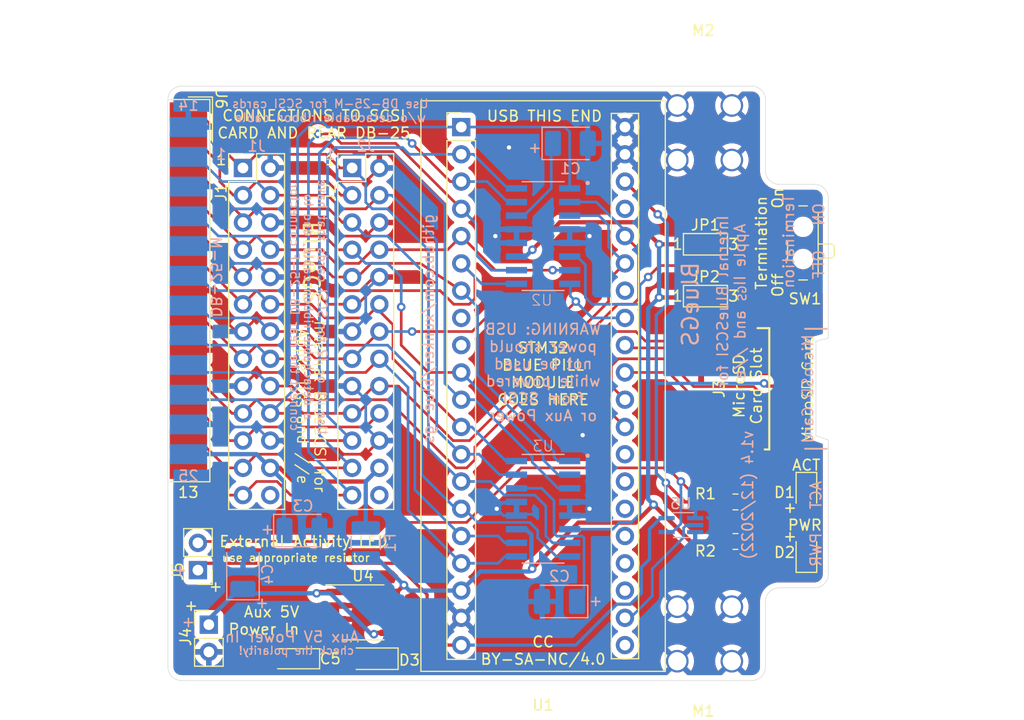
<source format=kicad_pcb>
(kicad_pcb (version 20211014) (generator pcbnew)
  (layers (0 "F.Cu" signal) (31 "B.Cu" signal) (34 "B.Paste" user) (35 "F.Paste" user) (36 "B.SilkS" user "B.Silkscreen") (37 "F.SilkS" user "F.Silkscreen") (38 "B.Mask" user) (39 "F.Mask" user) (44 "Edge.Cuts" user))
  (net 0 "")
  (net 12 "+5V")
  (net 13 "GND")
  (net 14 "/SCSI_DB4")
  (net 15 "/SCSI_DB2")
  (net 16 "/SCSI_DB1")
  (net 17 "/SCSI_DBP")
  (net 18 "/SCSI_SEL")
  (net 19 "/SCSI_ATN")
  (net 20 "/SCSI_C_D")
  (net 21 "/SCSI_DB7")
  (net 22 "/SCSI_DB6")
  (net 23 "/SCSI_DB5")
  (net 24 "/SCSI_DB3")
  (net 25 "/SCSI_DB0")
  (net 26 "/SCSI_BSY")
  (net 27 "/SCSI_ACK")
  (net 28 "/SCSI_RST")
  (net 29 "/SCSI_I_O")
  (net 30 "/SCSI_MSG")
  (net 31 "/SCSI_REQ")
  (net 32 "/SD_MISO")
  (net 33 "/SD_CSK")
  (net 34 "+3V3")
  (net 35 "/SD_MOSI")
  (net 36 "/SD_CS")
  (net 39 "Net-(D2-Pad2)")
  (net 40 "Net-(C1-Pad1)")
  (net 41 "Net-(C2-Pad1)")
  (net 42 "/TERM_DISC")
  (net 43 "Net-(D1-Pad1)")
  (net 44 "/DEBUG_RX")
  (net 45 "/DEBUG_TX")
  (net 46 "/+5V_AUX")
  (net 47 "Net-(C5-Pad1)")
  (net 48 "/TERM_EN")
  (net 49 "/TERM_DIS")
  (net 50 "/DISK_ACT")
  (net 51 "/SCSI_TERMPWR")
  (net 52 "Net-(D1-Pad2)")
  (footprint "my library:YAAJ_BluePill_2" (layer "F.Cu") (at 152.4 50.8)
    (fp_text reference "U1")
    (fp_text value "YAAJ_BluePill" hide)
  )
  (footprint "Button_Switch_SMD:SW_SPDT_PCM12" (layer "F.Cu") (at 183.896 61.595 90)
    (fp_text reference "SW1")
    (fp_text value "SW_SPDT")
  )
  (footprint "Resistor_SMD:R_0805_2012Metric_Pad1.20x1.40mm_HandSolder" (layer "F.Cu") (at 177.927 89.408 180)
    (fp_text reference "R2")
    (fp_text value "1K")
  )
  (footprint "LED_SMD:LED_0805_2012Metric_Pad1.15x1.40mm_HandSolder" (layer "F.Cu") (at 184.531 84.836 -90)
    (fp_text reference "D1")
    (fp_text value "LED")
  )
  (footprint "Jumper:SolderJumper-3_P1.3mm_Open_Pad1.0x1.5mm_NumberLabels" (layer "F.Cu") (at 175.133 66.548)
    (fp_text reference "JP2")
    (fp_text value "Jumper_3_Open")
  )
  (footprint "Jumper:SolderJumper-3_P1.3mm_Open_Pad1.0x1.5mm_NumberLabels" (layer "F.Cu") (at 175.133 61.722)
    (fp_text reference "JP1")
    (fp_text value "Jumper_3_Open")
  )
  (footprint "Resistor_SMD:R_0805_2012Metric_Pad1.20x1.40mm_HandSolder" (layer "F.Cu") (at 177.927 85.725)
    (fp_text reference "R1")
    (fp_text value "100")
  )
  (footprint "Connector_PinHeader_2.54mm:PinHeader_2x13_P2.54mm_Vertical" (layer "F.Cu") (at 132.08 54.61)
    (fp_text reference "J1")
    (fp_text value "Conn_02x13_Odd_Even")
  )
  (footprint "Connector_PinHeader_2.54mm:PinHeader_2x13_P2.54mm_Vertical" (layer "F.Cu") (at 142.24 54.61)
    (fp_text reference "J2")
    (fp_text value "Conn_02x13_Odd_Even")
  )
  (footprint "Connector_PinHeader_2.54mm:PinHeader_1x02_P2.54mm_Vertical" (layer "F.Cu") (at 128.905 97.155)
    (fp_text reference "J4")
    (fp_text value "Conn_01x02_Male")
  )
  (footprint "Connector_PinHeader_2.54mm:PinHeader_1x02_P2.54mm_Vertical" (layer "F.Cu") (at 127.889 92.075 180)
    (fp_text reference "J5")
    (fp_text value "Conn_01x02_Male")
  )
  (footprint "my library:keystone-7774" (layer "F.Cu") (at 180.771 100.561 180)
    (fp_text reference "M1")
    (fp_text value "Screw_Terminal_01x01")
  )
  (footprint "my library:keystone-7774" (layer "F.Cu") (at 180.771 53.871 180)
    (fp_text reference "M2")
    (fp_text value "Screw_Terminal_01x01")
  )
  (footprint "LED_SMD:LED_0805_2012Metric_Pad1.15x1.40mm_HandSolder" (layer "F.Cu") (at 184.531 90.424 90)
    (fp_text reference "D2")
    (fp_text value "LED")
  )
  (footprint "Molex 105162-0001:105162-0001" (layer "F.Cu") (at 174.625 75.184 90)
    (fp_text reference "J3")
    (fp_text value "105162-0001")
  )
  (footprint "Connector_Dsub:DSUB-25_Male_EdgeMount_P2.77mm" (layer "F.Cu") (at 127 66.04 -90)
    (fp_text reference "J6")
    (fp_text value "DB25_Male")
  )
  (footprint "Diode_SMD:D_SOD-123" (layer "F.Cu") (at 144.272 100.33 180)
    (fp_text reference "D3")
    (fp_text value "Zener 5.6v")
  )
  (footprint "Capacitor_Tantalum_SMD:CP_EIA-3216-10_Kemet-I" (layer "F.Cu") (at 136.906 100.33 180)
    (fp_text reference "C5")
    (fp_text value "0.1uF")
  )
  (footprint "Package_SO:SOIC-8_3.9x4.9mm_P1.27mm" (layer "F.Cu") (at 143.256 96.012)
    (fp_text reference "U4")
    (fp_text value "UCC3916")
  )
  (footprint "Capacitor_Tantalum_SMD:CP_EIA-3528-21_Kemet-B_Pad1.50x2.35mm_HandSolder" (layer "B.Cu") (at 162.56 52.324)
    (fp_text reference "C1")
    (fp_text value "2.2uF, 6.3v")
  )
  (footprint "my library:SOIC127P600X175-16N" (layer "B.Cu") (at 160.02 86.36 180)
    (fp_text reference "U3")
    (fp_text value "UC560x, UCC56xx")
  )
  (footprint "Capacitor_Tantalum_SMD:CP_EIA-3528-21_Kemet-B_Pad1.50x2.35mm_HandSolder" (layer "B.Cu") (at 137.567 88.392)
    (fp_text reference "C3")
    (fp_text value "4.7uF, 6.3v")
  )
  (footprint "Capacitor_Tantalum_SMD:CP_EIA-3528-21_Kemet-B_Pad1.50x2.35mm_HandSolder" (layer "B.Cu") (at 161.544 94.996 180)
    (fp_text reference "C2")
    (fp_text value "2.2uF, 6.3v")
  )
  (footprint "my library:SOIC127P600X175-16N" (layer "B.Cu") (at 160.02 60.96 180)
    (fp_text reference "U2")
    (fp_text value "UC560x, UCC56xx")
  )
  (footprint "Fuse:Fuse_1210_3225Metric" (layer "B.Cu") (at 143.51 89.535 90)
    (fp_text reference "F1")
    (fp_text value "Fuse")
  )
  (footprint "Package_TO_SOT_SMD:SOT-353_SC-70-5_Handsoldering" (layer "B.Cu") (at 172.847 87.884 180)
    (fp_text reference "U5")
    (fp_text value "NL17SZ07DFT2G")
  )
  (footprint "Capacitor_Tantalum_SMD:CP_EIA-3528-21_Kemet-B_Pad1.50x2.35mm_HandSolder" (layer "B.Cu") (at 132.08 92.202 90)
    (fp_text reference "C4")
    (fp_text value "1uF")
  )
  (gr_line (start 184.404 69.596) (end 186.436 69.596) (layer "B.SilkS") (width 0.15))
  (gr_line (start 184.404 80.772) (end 186.436 80.772) (layer "B.SilkS") (width 0.15))
  (gr_line (start 184.404 80.772) (end 186.436 80.772) (layer "F.SilkS") (width 0.15))
  (gr_line (start 184.404 69.596) (end 186.436 69.596) (layer "F.SilkS") (width 0.15))
  (gr_line (start 186.563 79.9465) (end 186.563 92.456) (layer "Edge.Cuts") (width 0.05))
  (gr_line (start 125.095 101.092) (end 125.095 48.26) (layer "Edge.Cuts") (width 0.05))
  (gr_line (start 181.991 56.134) (end 185.293 56.134) (layer "Edge.Cuts") (width 0.05))
  (gr_line (start 180.721 94.996) (end 180.721 101.092) (layer "Edge.Cuts") (width 0.05))
  (gr_arc (start 185.293 56.134) (mid 186.191026 56.505974) (end 186.563 57.404) (layer "Edge.Cuts") (width 0.05))
  (gr_arc (start 186.563 92.456) (mid 186.191026 93.354026) (end 185.293 93.726) (layer "Edge.Cuts") (width 0.05))
  (gr_arc (start 181.991 56.134) (mid 181.092974 55.762026) (end 180.721 54.864) (layer "Edge.Cuts") (width 0.05))
  (gr_line (start 180.721 48.26) (end 180.721 54.864) (layer "Edge.Cuts") (width 0.05))
  (gr_arc (start 180.721 94.996) (mid 181.092974 94.097974) (end 181.991 93.726) (layer "Edge.Cuts") (width 0.05))
  (gr_line (start 181.991 93.726) (end 185.293 93.726) (layer "Edge.Cuts") (width 0.05))
  (gr_line (start 126.365 46.99) (end 179.451 46.99) (layer "Edge.Cuts") (width 0.05))
  (gr_line (start 179.451 102.362) (end 126.365 102.362) (layer "Edge.Cuts") (width 0.05))
  (gr_arc (start 126.365 102.362) (mid 125.466974 101.990026) (end 125.095 101.092) (layer "Edge.Cuts") (width 0.05))
  (gr_line (start 185.42 70.7644) (end 185.42 79.5655) (layer "Edge.Cuts") (width 0.05))
  (gr_arc (start 180.721 101.092) (mid 180.349026 101.990026) (end 179.451 102.362) (layer "Edge.Cuts") (width 0.05))
  (gr_arc (start 125.095 48.26) (mid 125.466974 47.361974) (end 126.365 46.99) (layer "Edge.Cuts") (width 0.05))
  (gr_line (start 186.563 57.404) (end 186.563 70.4596) (layer "Edge.Cuts") (width 0.05))
  (gr_line (start 185.42 70.7644) (end 186.563 70.4596) (layer "Edge.Cuts") (width 0.05))
  (gr_arc (start 179.451 46.99) (mid 180.349026 47.361974) (end 180.721 48.26) (layer "Edge.Cuts") (width 0.05))
  (gr_line (start 186.563 79.9465) (end 185.42 79.5655) (layer "Edge.Cuts") (width 0.05))
  (gr_text "ACT" (at 185.42 85.09 90) (layer "B.SilkS") (effects (font (size 1 1)) (justify mirror)))
  (gr_text "PWR" (at 185.42 90.17 90) (layer "B.SilkS") (effects (font (size 1 1)) (justify mirror)))
  (gr_text "ON   OFF" (at 185.674 61.468 90) (layer "B.SilkS") (effects (font (size 1 1)) (justify mirror)))
  (gr_text "github.com/xunker/blue-gs" (at 149.352 69.596 90) (layer "B.SilkS") (effects (font (size 1 1)) (justify mirror)))
  (gr_text "Internal BlueSCSI for\nApple II   and //e" (at 177.546 67.056 90) (layer "B.SilkS") (effects (font (size 1 1)) (justify mirror)))
  (gr_text "+" (at 134.366 88.392 -180) (layer "B.SilkS") (effects (font (size 1 1)) (justify mirror)))
  (gr_text "Termination" (at 182.88 61.468 90) (layer "B.SilkS") (effects (font (size 1 1)) (justify mirror)))
  (gr_text "Use J1 or J2 for SCSI cards that have\na detachable ribbon cable, and to\nconnect the rear DB-25-F connector" (at 138.176 67.564 270) (layer "B.SilkS") (effects (font (size 0.8 0.8) (thickness 0.125)) (justify mirror)))
  (gr_text "Use DB-25-M for SCSI cards\nw/o detachable ribbon cable" (at 140.208 49.276) (layer "B.SilkS") (effects (font (size 0.8 0.8) (thickness 0.125)) (justify mirror)))
  (gr_text "J2" (at 143.51 52.578) (layer "B.SilkS") (effects (font (size 1 1)) (justify mirror)))
  (gr_text "+" (at 133.858 95.25 -180) (layer "B.SilkS") (effects (font (size 1 1)) (justify mirror)))
  (gr_text "BlueGS" (at 173.736 67.31 90) (layer "B.SilkS") (effects (font (size 1.5 1.5) (thickness 0.2)) (justify mirror)))
  (gr_text "MicroSD Card" (at 184.658 75.184 90) (layer "B.SilkS") (effects (font (size 1 1) (thickness 0.125)) (justify mirror)))
  (gr_text "check the polarity!" (at 142.494 99.568) (layer "B.SilkS") (effects (font (size 0.75 0.75) (thickness 0.125)) (justify left mirror)))
  (gr_text "Aux 5V Power In" (at 130.302 98.298) (layer "B.SilkS") (effects (font (size 1 1)) (justify right mirror)))
  (gr_text "DB-25-M" (at 129.54 64.77 270) (layer "B.SilkS") (effects (font (size 1 1)) (justify mirror)))
  (gr_text "+" (at 159.258 52.705) (layer "B.SilkS") (effects (font (size 1 1)) (justify mirror)))
  (gr_text "+" (at 164.846 94.996 90) (layer "B.SilkS") (effects (font (size 1 1)) (justify mirror)))
  (gr_text "+" (at 127 97.028 -180) (layer "B.SilkS") (effects (font (size 1 1)) (justify mirror)))
  (gr_text "1" (at 140.208 53.34) (layer "B.SilkS") (effects (font (size 1 1)) (justify mirror)))
  (gr_text "14" (at 127 48.768) (layer "B.SilkS") (effects (font (size 1 1)) (justify mirror)))
  (gr_text "25" (at 127 83.312) (layer "B.SilkS") (effects (font (size 1 1)) (justify mirror)))
  (gr_text "GS" (at 178.562 66.294 -270) (layer "B.SilkS") (effects (font (size 0.75 0.75) (thickness 0.125)) (justify mirror)))
  (gr_text "WARNING: USB\npower should\nnot be used\nwhile powered\nfrom SCSI\nor Aux Power" (at 160.02 73.66) (layer "B.SilkS") (effects (font (size 1 1)) (justify mirror)))
  (gr_text "v1.4 (12/2022)" (at 179.07 85.09 90) (layer "B.SilkS") (effects (font (size 1 1)) (justify mirror)))
  (gr_text "J1" (at 133.35 52.578) (layer "B.SilkS") (effects (font (size 1 1)) (justify mirror)))
  (gr_text "+" (at 126.238 92.202 -180) (layer "B.SilkS") (effects (font (size 1 1)) (justify mirror)))
  (gr_text "1" (at 130.048 53.34) (layer "B.SilkS") (effects (font (size 1 1)) (justify mirror)))
  (gr_text "Aux 5V\nPower In" (at 137.414 96.774) (layer "F.SilkS") (effects (font (size 1 1)) (justify right)))
  (gr_text "BlueGS" (at 138.43 63.5 270) (layer "F.SilkS") (effects (font (size 1.5 1.5) (thickness 0.2))))
  (gr_text "+" (at 129.54 93.726 180) (layer "F.SilkS") (effects (font (size 1 1))))
  (gr_text "Internal BlueSCSI for\nApple II   and //e\n" (at 138.43 76.835 270) (layer "F.SilkS") (effects (font (size 1 1) (thickness 0.125))))
  (gr_text "PWR" (at 186.055 87.884) (layer "F.SilkS") (effects (font (size 1 1)) (justify right)))
  (gr_text "External Activity LED" (at 129.794 89.408) (layer "F.SilkS") (effects (font (size 1 1)) (justify left)))
  (gr_text "+" (at 183.007 88.9) (layer "F.SilkS") (effects (font (size 1 1))))
  (gr_text "MicroSD\nCard Slot" (at 179.07 74.93 90) (layer "F.SilkS") (effects (font (size 1 1))))
  (gr_text "MicroSD Card" (at 184.658 75.184 90) (layer "F.SilkS") (effects (font (size 1 1) (thickness 0.125))))
  (gr_text "CONNECTIONS TO SCSI\nCARD AND REAR DB-25" (at 138.684 50.546) (layer "F.SilkS") (effects (font (size 1 1))))
  (gr_text "On" (at 181.864 57.404 90) (layer "F.SilkS") (effects (font (size 1 1))))
  (gr_text "Termination" (at 180.34 61.595 90) (layer "F.SilkS") (effects (font (size 1 1))))
  (gr_text "STM32\nBLUE PILL\nMODULE\nGOES HERE" (at 160.02 73.787) (layer "F.SilkS") (effects (font (size 1 1))))
  (gr_text "USB THIS END" (at 160.147 49.784) (layer "F.SilkS") (effects (font (size 1 1))))
  (gr_text "CC\nBY-SA-NC/4.0" (at 160.02 99.568) (layer "F.SilkS") (effects (font (size 1 1))))
  (gr_text "use appropriate resistor" (at 130.048 90.932) (layer "F.SilkS") (effects (font (size 0.75 0.75) (thickness 0.125)) (justify left)))
  (gr_text "+" (at 127.254 95.504 180) (layer "F.SilkS") (effects (font (size 1 1))))
  (gr_text "+" (at 183.007 86.233) (layer "F.SilkS") (effects (font (size 1 1))))
  (gr_text "13" (at 127 84.836) (layer "F.SilkS") (effects (font (size 1 1))))
  (gr_text "1" (at 130.048 53.848) (layer "F.SilkS") (effects (font (size 1 1))))
  (gr_text "GS" (at 137.414 76.2 270) (layer "F.SilkS") (effects (font (size 0.75 0.75) (thickness 0.125))))
  (gr_text "ACT" (at 185.928 82.296) (layer "F.SilkS") (effects (font (size 1 1)) (justify right)))
  (gr_text "1" (at 140.208 53.848) (layer "F.SilkS") (effects (font (size 1 1))))
  (gr_text "Off" (at 181.864 65.532 90) (layer "F.SilkS") (effects (font (size 1 1))))
  (segment (start 173.736 89.408) (end 170.307 85.979) (width 0.4) (layer "F.Cu") (net 12))
  (segment (start 159.02532 62.233641) (end 161.58796 59.671001) (width 0.4) (layer "F.Cu") (net 12))
  (segment (start 163.301511 87.650489) (end 168.635511 87.650489) (width 0.4) (layer "F.Cu") (net 12))
  (segment (start 159.004 91.948) (end 163.301511 87.650489) (width 0.4) (layer "F.Cu") (net 12))
  (segment (start 146.431 94.107) (end 145.731 94.107) (width 0.4) (layer "F.Cu") (net 12))
  (segment (start 176.927 89.408) (end 173.736 89.408) (width 0.4) (layer "F.Cu") (net 12))
  (segment (start 161.58796 59.671001) (end 168.764001 59.671001) (width 0.4) (layer "F.Cu") (net 12))
  (segment (start 168.764001 59.671001) (end 170.815 61.722) (width 0.4) (layer "F.Cu") (net 12))
  (segment (start 168.635511 87.650489) (end 170.307 85.979) (width 0.4) (layer "F.Cu") (net 12))
  (segment (start 173.579 66.675) (end 170.814998 66.675) (width 0.4) (layer "F.Cu") (net 12))
  (segment (start 173.833 61.722) (end 170.815 61.722) (width 0.4) (layer "F.Cu") (net 12))
  (segment (start 173.833 66.421) (end 173.579 66.675) (width 0.4) (layer "F.Cu") (net 12))
  (segment (start 147.066 93.472) (end 146.431 94.107) (width 0.4) (layer "F.Cu") (net 12))
  (via (at 147.066 93.472) (size 0.8) (drill 0.4) (layers "F.Cu" "B.Cu") (net 12))
  (via (at 170.815 61.722) (size 0.8) (drill 0.4) (layers "F.Cu" "B.Cu") (net 12))
  (via (at 170.307 85.979) (size 0.8) (drill 0.4) (layers "F.Cu" "B.Cu") (net 12))
  (via (at 159.02532 62.233641) (size 0.8) (drill 0.4) (layers "F.Cu" "B.Cu") (net 12))
  (via (at 159.004 91.948) (size 0.8) (drill 0.4) (layers "F.Cu" "B.Cu") (net 12))
  (via (at 170.814998 66.675) (size 0.8) (drill 0.4) (layers "F.Cu" "B.Cu") (net 12))
  (segment (start 158.4265 88.265) (end 157.545 88.265) (width 0.4) (layer "B.Cu") (net 12))
  (segment (start 159.004 91.948) (end 158.929511 91.873511) (width 0.4) (layer "B.Cu") (net 12))
  (segment (start 157.545 62.865) (end 158.393961 62.865) (width 0.4) (layer "B.Cu") (net 12))
  (segment (start 154.178 92.202) (end 152.4 93.98) (width 0.4) (layer "B.Cu") (net 12))
  (segment (start 147.574 93.98) (end 152.4 93.98) (width 0.4) (layer "B.Cu") (net 12))
  (segment (start 169.799 85.471) (end 170.307 85.979) (width 0.4) (layer "B.Cu") (net 12))
  (segment (start 158.393961 62.865) (end 159.02532 62.233641) (width 0.4) (layer "B.Cu") (net 12))
  (segment (start 158.929511 88.768011) (end 158.4265 88.265) (width 0.4) (layer "B.Cu") (net 12))
  (segment (start 144.529 90.935) (end 143.51 90.935) (width 0.4) (layer "B.Cu") (net 12))
  (segment (start 170.814998 61.722002) (end 170.815 61.722) (width 0.4) (layer "B.Cu") (net 12))
  (segment (start 147.066 93.472) (end 147.574 93.98) (width 0.4) (layer "B.Cu") (net 12))
  (segment (start 158.929511 91.873511) (end 158.929511 88.768011) (width 0.4) (layer "B.Cu") (net 12))
  (segment (start 158.75 92.202) (end 154.178 92.202) (width 0.4) (layer "B.Cu") (net 12))
  (segment (start 147.066 93.472) (end 144.529 90.935) (width 0.4) (layer "B.Cu") (net 12))
  (segment (start 169.799 67.690998) (end 169.799 85.471) (width 0.4) (layer "B.Cu") (net 12))
  (segment (start 170.814998 66.675) (end 170.814998 61.722002) (width 0.4) (layer "B.Cu") (net 12))
  (segment (start 170.814998 66.675) (end 169.799 67.690998) (width 0.4) (layer "B.Cu") (net 12))
  (segment (start 159.004 91.948) (end 158.75 92.202) (width 0.4) (layer "B.Cu") (net 12))
  (segment (start 134.62 64.77) (end 138.938 64.77) (width 0.25) (layer "F.Cu") (net 13))
  (segment (start 143.002 66.04) (end 144.272 64.77) (width 0.25) (layer "F.Cu") (net 13))
  (segment (start 138.938 64.77) (end 140.208 66.04) (width 0.25) (layer "F.Cu") (net 13))
  (segment (start 140.208 66.04) (end 143.002 66.04) (width 0.25) (layer "F.Cu") (net 13))
  (segment (start 144.272 64.77) (end 144.78 64.77) (width 0.25) (layer "F.Cu") (net 13))
  (segment (start 134.62 54.61) (end 139.954 54.61) (width 0.25) (layer "F.Cu") (net 13))
  (segment (start 139.954 54.61) (end 141.224 55.88) (width 0.25) (layer "F.Cu") (net 13))
  (segment (start 141.224 55.88) (end 143.51 55.88) (width 0.25) (layer "F.Cu") (net 13))
  (segment (start 143.51 55.88) (end 144.78 54.61) (width 0.25) (layer "F.Cu") (net 13))
  (segment (start 132.08 69.85) (end 133.35 68.58) (width 0.25) (layer "F.Cu") (net 13))
  (segment (start 138.176 68.58) (end 139.446 69.85) (width 0.25) (layer "F.Cu") (net 13))
  (segment (start 133.35 68.58) (end 138.176 68.58) (width 0.25) (layer "F.Cu") (net 13))
  (segment (start 139.446 69.85) (end 142.24 69.85) (width 0.25) (layer "F.Cu") (net 13))
  (segment (start 142.24 74.93) (end 138.176 74.93) (width 0.25) (layer "F.Cu") (net 13))
  (segment (start 138.176 74.93) (end 136.906 73.66) (width 0.25) (layer "F.Cu") (net 13))
  (segment (start 136.906 73.66) (end 133.35 73.66) (width 0.25) (layer "F.Cu") (net 13))
  (segment (start 133.35 73.66) (end 132.08 74.93) (width 0.25) (layer "F.Cu") (net 13))
  (segment (start 134.62 80.01) (end 135.636 80.01) (width 0.25) (layer "F.Cu") (net 13))
  (segment (start 135.636 80.01) (end 136.906 81.28) (width 0.25) (layer "F.Cu") (net 13))
  (segment (start 136.906 81.28) (end 143.51 81.28) (width 0.25) (layer "F.Cu") (net 13))
  (segment (start 143.51 81.28) (end 144.78 80.01) (width 0.25) (layer "F.Cu") (net 13))
  (segment (start 134.62 59.69) (end 139.954 59.69) (width 0.25) (layer "F.Cu") (net 13))
  (segment (start 141.224 60.96) (end 143.51 60.96) (width 0.25) (layer "F.Cu") (net 13))
  (segment (start 139.954 59.69) (end 141.224 60.96) (width 0.25) (layer "F.Cu") (net 13))
  (segment (start 143.51 60.96) (end 144.78 59.69) (width 0.25) (layer "F.Cu") (net 13))
  (segment (start 131.445 69.85) (end 130.175 68.58) (width 0.25) (layer "F.Cu") (net 13))
  (segment (start 130.175 68.58) (end 130.175 67.31) (width 0.25) (layer "F.Cu") (net 13))
  (segment (start 130.175 67.31) (end 128.905 66.04) (width 0.25) (layer "F.Cu") (net 13))
  (segment (start 132.08 69.85) (end 131.445 69.85) (width 0.25) (layer "F.Cu") (net 13))
  (segment (start 128.905 66.04) (end 127 66.04) (width 0.25) (layer "F.Cu") (net 13))
  (via (at 164.338 86.36) (size 0.8) (drill 0.4) (layers "F.Cu" "B.Cu") (net 13))
  (via (at 156.845 52.705) (size 0.8) (drill 0.4) (layers "F.Cu" "B.Cu") (net 13))
  (via (at 164.338 60.96) (size 0.8) (drill 0.4) (layers "F.Cu" "B.Cu") (net 13))
  (via (at 155.575 60.96) (size 0.8) (drill 0.4) (layers "F.Cu" "B.Cu") (net 13))
  (via (at 155.702 86.36) (size 0.8) (drill 0.4) (layers "F.Cu" "B.Cu") (net 13))
  (via (at 163.703 79.502) (size 0.8) (drill 0.4) (layers "F.Cu" "B.Cu") (net 13))
  (segment (start 142.24 74.93) (end 143.51 76.2) (width 0.25) (layer "B.Cu") (net 13))
  (segment (start 143.51 76.2) (end 143.51 78.74) (width 0.25) (layer "B.Cu") (net 13))
  (segment (start 143.51 78.74) (end 144.78 80.01) (width 0.25) (layer "B.Cu") (net 13))
  (segment (start 144.78 64.77) (end 143.51 66.04) (width 0.25) (layer "B.Cu") (net 13))
  (segment (start 143.51 66.04) (end 143.51 68.58) (width 0.25) (layer "B.Cu") (net 13))
  (segment (start 134.62 80.01) (end 133.35 78.74) (width 0.25) (layer "B.Cu") (net 13))
  (segment (start 143.51 68.58) (end 143.4465 68.6435) (width 0.25) (layer "B.Cu") (net 13))
  (segment (start 157.545 60.325) (end 162.495 60.325) (width 0.25) (layer "B.Cu") (net 13))
  (segment (start 130.175 78.74) (end 129.94 78.505) (width 0.25) (layer "B.Cu") (net 13))
  (segment (start 129.54 62.23) (end 127.345 62.23) (width 0.25) (layer "B.Cu") (net 13))
  (segment (start 127.345 62.23) (end 127 61.885) (width 0.25) (layer "B.Cu") (net 13))
  (segment (start 130.175 58.42) (end 130.175 57.15) (width 0.25) (layer "B.Cu") (net 13))
  (segment (start 134.62 59.69) (end 133.35 58.42) (width 0.25) (layer "B.Cu") (net 13))
  (segment (start 156.337 85.725) (end 157.545 85.725) (width 0.25) (layer "B.Cu") (net 13))
  (segment (start 156.337 86.995) (end 157.545 86.995) (width 0.25) (layer "B.Cu") (net 13))
  (segment (start 143.4465 68.6435) (end 142.24 69.85) (width 0.25) (layer "B.Cu") (net 13))
  (segment (start 133.35 78.74) (end 130.175 78.74) (width 0.25) (layer "B.Cu") (net 13))
  (segment (start 134.62 64.77) (end 133.35 63.5) (width 0.25) (layer "B.Cu") (net 13))
  (segment (start 130.175 57.15) (end 129.37 56.345) (width 0.25) (layer "B.Cu") (net 13))
  (segment (start 157.545 85.725) (end 157.545 86.995) (width 0.25) (layer "B.Cu") (net 13))
  (segment (start 155.702 86.36) (end 156.337 85.725) (width 0.25) (layer "B.Cu") (net 13))
  (segment (start 129.37 56.345) (end 127 56.345) (width 0.25) (layer "B.Cu") (net 13))
  (segment (start 130.81 63.5) (end 129.54 62.23) (width 0.25) (layer "B.Cu") (net 13))
  (segment (start 174.197 93.745) (end 172.461 95.481) (width 0.25) (layer "B.Cu") (net 13))
  (segment (start 133.35 63.5) (end 130.81 63.5) (width 0.25) (layer "B.Cu") (net 13))
  (segment (start 129.94 78.505) (end 127 78.505) (width 0.25) (layer "B.Cu") (net 13))
  (segment (start 133.35 58.42) (end 130.175 58.42) (width 0.25) (layer "B.Cu") (net 13))
  (segment (start 174.197 88.58) (end 174.197 93.745) (width 0.25) (layer "B.Cu") (net 13))
  (segment (start 155.702 86.36) (end 156.337 86.995) (width 0.25) (layer "B.Cu") (net 13))
  (segment (start 134.62 77.47) (end 136.144 77.47) (width 0.25) (layer "F.Cu") (net 14))
  (segment (start 136.144 77.47) (end 137.414 78.74) (width 0.25) (layer "F.Cu") (net 14))
  (segment (start 137.414 78.74) (end 143.51 78.74) (width 0.25) (layer "F.Cu") (net 14))
  (segment (start 143.51 78.74) (end 144.78 77.47) (width 0.25) (layer "F.Cu") (net 14))
  (segment (start 137.16 74.93) (end 137.16 51.758998) (width 0.25) (layer "B.Cu") (net 14))
  (segment (start 127.465 76.2) (end 133.35 76.2) (width 0.25) (layer "B.Cu") (net 14))
  (segment (start 152.4 50.8) (end 162.052 50.8) (width 0.25) (layer "B.Cu") (net 14))
  (segment (start 139.954 50.8) (end 152.4 50.8) (width 0.25) (layer "B.Cu") (net 14))
  (segment (start 139.446 50.292) (end 139.954 50.8) (width 0.25) (layer "B.Cu") (net 14))
  (segment (start 162.495 51.243) (end 162.495 56.515) (width 0.25) (layer "B.Cu") (net 14))
  (segment (start 127 75.735) (end 127.465 76.2) (width 0.25) (layer "B.Cu") (net 14))
  (segment (start 162.052 50.8) (end 162.495 51.243) (width 0.25) (layer "B.Cu") (net 14))
  (segment (start 134.62 77.47) (end 137.16 74.93) (width 0.25) (layer "B.Cu") (net 14))
  (segment (start 133.35 76.2) (end 134.62 77.47) (width 0.25) (layer "B.Cu") (net 14))
  (segment (start 138.626998 50.292) (end 139.446 50.292) (width 0.25) (layer "B.Cu") (net 14))
  (segment (start 137.16 51.758998) (end 138.626998 50.292) (width 0.25) (layer "B.Cu") (net 14))
  (segment (start 136.62025 74.93) (end 137.89025 76.2) (width 0.25) (layer "F.Cu") (net 15))
  (segment (start 144.272 74.93) (end 144.78 74.93) (width 0.25) (layer "F.Cu") (net 15))
  (segment (start 137.89025 76.2) (end 143.002 76.2) (width 0.25) (layer "F.Cu") (net 15))
  (segment (start 134.62 74.93) (end 136.62025 74.93) (width 0.25) (layer "F.Cu") (net 15))
  (segment (start 143.002 76.2) (end 144.272 74.93) (width 0.25) (layer "F.Cu") (net 15))
  (segment (start 166.116 67.056) (end 166.116 65.024) (width 0.25) (layer "F.Cu") (net 15))
  (segment (start 151.638 80.01) (end 153.162 80.01) (width 0.25) (layer "F.Cu") (net 15))
  (segment (start 144.78 74.93) (end 146.558 74.93) (width 0.25) (layer "F.Cu") (net 15))
  (segment (start 166.116 65.024) (end 167.64 63.5) (width 0.25) (layer "F.Cu") (net 15))
  (segment (start 146.558 74.93) (end 151.638 80.01) (width 0.25) (layer "F.Cu") (net 15))
  (segment (start 153.162 80.01) (end 166.116 67.056) (width 0.25) (layer "F.Cu") (net 15))
  (segment (start 166.116 59.944) (end 166.116 61.976) (width 0.25) (layer "B.Cu") (net 15))
  (segment (start 127 72.965) (end 127.695 73.66) (width 0.25) (layer "B.Cu") (net 15))
  (segment (start 162.495 59.055) (end 165.227 59.055) (width 0.25) (layer "B.Cu") (net 15))
  (segment (start 133.35 73.66) (end 134.62 74.93) (width 0.25) (layer "B.Cu") (net 15))
  (segment (start 165.227 59.055) (end 166.116 59.944) (width 0.25) (layer "B.Cu") (net 15))
  (segment (start 166.116 61.976) (end 167.64 63.5) (width 0.25) (layer "B.Cu") (net 15))
  (segment (start 127.695 73.66) (end 133.35 73.66) (width 0.25) (layer "B.Cu") (net 15))
  (segment (start 137.16 72.39) (end 138.43 73.66) (width 0.25) (layer "F.Cu") (net 16))
  (segment (start 138.43 73.66) (end 143.51 73.66) (width 0.25) (layer "F.Cu") (net 16))
  (segment (start 134.62 72.39) (end 137.16 72.39) (width 0.25) (layer "F.Cu") (net 16))
  (segment (start 143.51 73.66) (end 144.78 72.39) (width 0.25) (layer "F.Cu") (net 16))
  (segment (start 144.78 72.39) (end 147.447 75.057) (width 0.25) (layer "B.Cu") (net 16))
  (segment (start 156.464 90.805) (end 157.545 90.805) (width 0.25) (layer "B.Cu") (net 16))
  (segment (start 147.447 86.487) (end 152.4 91.44) (width 0.25) (layer "B.Cu") (net 16))
  (segment (start 152.4 91.44) (end 155.829 91.44) (width 0.25) (layer "B.Cu") (net 16))
  (segment (start 128.778 71.12) (end 133.35 71.12) (width 0.25) (layer "B.Cu") (net 16))
  (segment (start 147.447 75.057) (end 147.447 86.487) (width 0.25) (layer "B.Cu") (net 16))
  (segment (start 133.35 71.12) (end 134.62 72.39) (width 0.25) (layer "B.Cu") (net 16))
  (segment (start 127 70.195) (end 127.853 70.195) (width 0.25) (layer "B.Cu") (net 16))
  (segment (start 127.853 70.195) (end 128.778 71.12) (width 0.25) (layer "B.Cu") (net 16))
  (segment (start 155.829 91.44) (end 156.464 90.805) (width 0.25) (layer "B.Cu") (net 16))
  (segment (start 143.51 71.12) (end 144.78 69.85) (width 0.25) (layer "F.Cu") (net 17))
  (segment (start 134.62 69.85) (end 137.922 69.85) (width 0.25) (layer "F.Cu") (net 17))
  (segment (start 137.922 69.85) (end 139.192 71.12) (width 0.25) (layer "F.Cu") (net 17))
  (segment (start 139.192 71.12) (end 143.51 71.12) (width 0.25) (layer "F.Cu") (net 17))
  (segment (start 162.306 67.818) (end 163.068 67.056) (width 0.25) (layer "F.Cu") (net 17))
  (segment (start 147.828 69.85) (end 153.416 69.85) (width 0.25) (layer "F.Cu") (net 17))
  (segment (start 153.416 69.85) (end 155.448 67.818) (width 0.25) (layer "F.Cu") (net 17))
  (segment (start 155.448 67.818) (end 162.306 67.818) (width 0.25) (layer "F.Cu") (net 17))
  (via (at 163.068 67.056) (size 0.8) (drill 0.4) (layers "F.Cu" "B.Cu") (net 17))
  (via (at 147.828 69.85) (size 0.8) (drill 0.4) (layers "F.Cu" "B.Cu") (net 17))
  (segment (start 129.038 68.58) (end 133.35 68.58) (width 0.25) (layer "B.Cu") (net 17))
  (segment (start 127.883 67.425) (end 129.038 68.58) (width 0.25) (layer "B.Cu") (net 17))
  (segment (start 163.068 67.056) (end 164.592 68.58) (width 0.25) (layer "B.Cu") (net 17))
  (segment (start 163.068 67.056) (end 162.56 66.548) (width 0.25) (layer "B.Cu") (net 17))
  (segment (start 127 67.425) (end 127.883 67.425) (width 0.25) (layer "B.Cu") (net 17))
  (segment (start 147.828 69.85) (end 144.78 69.85) (width 0.25) (layer "B.Cu") (net 17))
  (segment (start 133.35 68.58) (end 134.62 69.85) (width 0.25) (layer "B.Cu") (net 17))
  (segment (start 164.592 68.58) (end 167.64 68.58) (width 0.25) (layer "B.Cu") (net 17))
  (segment (start 162.56 66.548) (end 162.56 65.532) (width 0.25) (layer "B.Cu") (net 17))
  (segment (start 134.62 67.31) (end 138.43 67.31) (width 0.25) (layer "F.Cu") (net 18))
  (segment (start 138.43 67.31) (end 139.7 68.58) (width 0.25) (layer "F.Cu") (net 18))
  (segment (start 139.7 68.58) (end 143.51 68.58) (width 0.25) (layer "F.Cu") (net 18))
  (segment (start 143.51 68.58) (end 144.78 67.31) (width 0.25) (layer "F.Cu") (net 18))
  (segment (start 144.78 67.31) (end 144.78 67.945) (width 0.25) (layer "F.Cu") (net 18))
  (segment (start 146.05 72.39) (end 152.4 78.74) (width 0.25) (layer "F.Cu") (net 18))
  (segment (start 144.78 67.945) (end 146.05 69.215) (width 0.25) (layer "F.Cu") (net 18))
  (segment (start 146.05 69.215) (end 146.05 72.39) (width 0.25) (layer "F.Cu") (net 18))
  (segment (start 153.385 78.74) (end 156.56 81.915) (width 0.25) (layer "B.Cu") (net 18))
  (segment (start 156.56 81.915) (end 157.545 81.915) (width 0.25) (layer "B.Cu") (net 18))
  (segment (start 127.901 64.655) (end 129.286 66.04) (width 0.25) (layer "B.Cu") (net 18))
  (segment (start 133.35 66.04) (end 134.62 67.31) (width 0.25) (layer "B.Cu") (net 18))
  (segment (start 129.286 66.04) (end 133.35 66.04) (width 0.25) (layer "B.Cu") (net 18))
  (segment (start 152.4 78.74) (end 153.385 78.74) (width 0.25) (layer "B.Cu") (net 18))
  (segment (start 127 64.655) (end 127.901 64.655) (width 0.25) (layer "B.Cu") (net 18))
  (segment (start 144.14359 62.23) (end 144.78 62.23) (width 0.25) (layer "F.Cu") (net 19))
  (segment (start 140.716 63.5) (end 142.87359 63.5) (width 0.25) (layer "F.Cu") (net 19))
  (segment (start 134.62 62.23) (end 139.446 62.23) (width 0.25) (layer "F.Cu") (net 19))
  (segment (start 139.446 62.23) (end 140.716 63.5) (width 0.25) (layer "F.Cu") (net 19))
  (segment (start 142.87359 63.5) (end 144.14359 62.23) (width 0.25) (layer "F.Cu") (net 19))
  (segment (start 144.78 62.23) (end 151.13 62.23) (width 0.25) (layer "F.Cu") (net 19))
  (segment (start 152.4 60.96) (end 155.575 64.135) (width 0.25) (layer "F.Cu") (net 19))
  (segment (start 155.575 64.135) (end 160.909 64.135) (width 0.25) (layer "F.Cu") (net 19))
  (segment (start 151.13 62.23) (end 152.4 60.96) (width 0.25) (layer "F.Cu") (net 19))
  (via (at 160.909 64.135) (size 0.8) (drill 0.4) (layers "F.Cu" "B.Cu") (net 19))
  (segment (start 162.495 64.135) (end 160.909 64.135) (width 0.25) (layer "B.Cu") (net 19))
  (segment (start 133.35 60.96) (end 134.62 62.23) (width 0.25) (layer "B.Cu") (net 19))
  (segment (start 127 59.115) (end 127.949 59.115) (width 0.25) (layer "B.Cu") (net 19))
  (segment (start 127.949 59.115) (end 129.794 60.96) (width 0.25) (layer "B.Cu") (net 19))
  (segment (start 129.794 60.96) (end 133.35 60.96) (width 0.25) (layer "B.Cu") (net 19))
  (segment (start 134.62 57.15) (end 139.954 57.15) (width 0.25) (layer "F.Cu") (net 20))
  (segment (start 139.954 57.15) (end 141.224 58.42) (width 0.25) (layer "F.Cu") (net 20))
  (segment (start 141.224 58.42) (end 143.51 58.42) (width 0.25) (layer "F.Cu") (net 20))
  (segment (start 143.51 58.42) (end 144.78 57.15) (width 0.25) (layer "F.Cu") (net 20))
  (segment (start 133.35 55.88) (end 134.62 57.15) (width 0.25) (layer "B.Cu") (net 20))
  (segment (start 145.923 57.15) (end 150.114 61.341) (width 0.25) (layer "B.Cu") (net 20))
  (segment (start 154.051 81.28) (end 155.956 83.185) (width 0.25) (layer "B.Cu") (net 20))
  (segment (start 127.816666 53.575) (end 130.121666 55.88) (width 0.25) (layer "B.Cu") (net 20))
  (segment (start 155.956 83.185) (end 157.545 83.185) (width 0.25) (layer "B.Cu") (net 20))
  (segment (start 130.121666 55.88) (end 133.35 55.88) (width 0.25) (layer "B.Cu") (net 20))
  (segment (start 144.78 57.15) (end 145.923 57.15) (width 0.25) (layer "B.Cu") (net 20))
  (segment (start 150.114 61.341) (end 150.114 78.994) (width 0.25) (layer "B.Cu") (net 20))
  (segment (start 152.4 81.28) (end 154.051 81.28) (width 0.25) (layer "B.Cu") (net 20))
  (segment (start 127 53.575) (end 127.816666 53.575) (width 0.25) (layer "B.Cu") (net 20))
  (segment (start 150.114 78.994) (end 152.4 81.28) (width 0.25) (layer "B.Cu") (net 20))
  (segment (start 136.525 85.09) (end 142.24 85.09) (width 0.25) (layer "F.Cu") (net 21))
  (segment (start 132.08 85.09) (end 133.35 83.82) (width 0.25) (layer "F.Cu") (net 21))
  (segment (start 146.304 52.324) (end 152.4 58.42) (width 0.25) (layer "F.Cu") (net 21))
  (segment (start 140.335 51.435) (end 141.224 52.324) (width 0.25) (layer "F.Cu") (net 21))
  (segment (start 130.175 85.09) (end 132.08 85.09) (width 0.25) (layer "F.Cu") (net 21))
  (segment (start 135.255 83.82) (end 136.525 85.09) (width 0.25) (layer "F.Cu") (net 21))
  (segment (start 127 82.66) (end 127.745 82.66) (width 0.25) (layer "F.Cu") (net 21))
  (segment (start 133.35 83.82) (end 135.255 83.82) (width 0.25) (layer "F.Cu") (net 21))
  (segment (start 141.224 52.324) (end 146.304 52.324) (width 0.25) (layer "F.Cu") (net 21))
  (segment (start 139.065 51.435) (end 140.335 51.435) (width 0.25) (layer "F.Cu") (net 21))
  (segment (start 127.745 82.66) (end 130.175 85.09) (width 0.25) (layer "F.Cu") (net 21))
  (via (at 139.065 51.435) (size 0.8) (drill 0.4) (layers "F.Cu" "B.Cu") (net 21))
  (segment (start 138.176 81.026) (end 142.24 85.09) (width 0.25) (layer "B.Cu") (net 21))
  (segment (start 152.4 58.42) (end 153.797 59.817) (width 0.25) (layer "B.Cu") (net 21))
  (segment (start 155.2067 64.135) (end 157.545 64.135) (width 0.25) (layer "B.Cu") (net 21))
  (segment (start 138.176 52.324) (end 138.176 81.026) (width 0.25) (layer "B.Cu") (net 21))
  (segment (start 139.065 51.435) (end 138.176 52.324) (width 0.25) (layer "B.Cu") (net 21))
  (segment (start 153.797 59.817) (end 153.797 62.7253) (width 0.25) (layer "B.Cu") (net 21))
  (segment (start 153.797 62.7253) (end 155.2067 64.135) (width 0.25) (layer "B.Cu") (net 21))
  (segment (start 133.35 81.28) (end 135.763 81.28) (width 0.25) (layer "F.Cu") (net 22))
  (segment (start 130.556 82.55) (end 132.08 82.55) (width 0.25) (layer "F.Cu") (net 22))
  (segment (start 127 79.89) (end 127.896 79.89) (width 0.25) (layer "F.Cu") (net 22))
  (segment (start 151.384 55.88) (end 152.4 55.88) (width 0.25) (layer "F.Cu") (net 22))
  (segment (start 132.08 82.55) (end 133.35 81.28) (width 0.25) (layer "F.Cu") (net 22))
  (segment (start 137.033 82.55) (end 142.24 82.55) (width 0.25) (layer "F.Cu") (net 22))
  (segment (start 147.828 52.324) (end 151.384 55.88) (width 0.25) (layer "F.Cu") (net 22))
  (segment (start 135.763 81.28) (end 137.033 82.55) (width 0.25) (layer "F.Cu") (net 22))
  (segment (start 127.896 79.89) (end 130.556 82.55) (width 0.25) (layer "F.Cu") (net 22))
  (via (at 147.828 52.324) (size 0.8) (drill 0.4) (layers "F.Cu" "B.Cu") (net 22))
  (segment (start 147.828 52.324) (end 147.32 51.816) (width 0.25) (layer "B.Cu") (net 22))
  (segment (start 154.813 55.88) (end 156.718 57.785) (width 0.25) (layer "B.Cu") (net 22))
  (segment (start 152.4 55.88) (end 154.813 55.88) (width 0.25) (layer "B.Cu") (net 22))
  (segment (start 139.192 79.502) (end 142.24 82.55) (width 0.25) (layer "B.Cu") (net 22))
  (segment (start 140.589 51.816) (end 139.192 53.213) (width 0.25) (layer "B.Cu") (net 22))
  (segment (start 139.192 53.213) (end 139.192 79.502) (width 0.25) (layer "B.Cu") (net 22))
  (segment (start 156.718 57.785) (end 157.545 57.785) (width 0.25) (layer "B.Cu") (net 22))
  (segment (start 147.32 51.816) (end 140.589 51.816) (width 0.25) (layer "B.Cu") (net 22))
  (segment (start 132.08 80.01) (end 133.35 78.74) (width 0.25) (layer "F.Cu") (net 23))
  (segment (start 133.35 78.74) (end 135.89 78.74) (width 0.25) (layer "F.Cu") (net 23))
  (segment (start 137.16 80.01) (end 142.24 80.01) (width 0.25) (layer "F.Cu") (net 23))
  (segment (start 135.89 78.74) (end 137.16 80.01) (width 0.25) (layer "F.Cu") (net 23))
  (segment (start 127 77.12) (end 127.92 77.12) (width 0.25) (layer "F.Cu") (net 23))
  (segment (start 127.92 77.12) (end 130.81 80.01) (width 0.25) (layer "F.Cu") (net 23))
  (segment (start 130.81 80.01) (end 132.08 80.01) (width 0.25) (layer "F.Cu") (net 23))
  (segment (start 139.954 53.467) (end 140.716 52.705) (width 0.25) (layer "B.Cu") (net 23))
  (segment (start 140.716 52.705) (end 146.939 52.705) (width 0.25) (layer "B.Cu") (net 23))
  (segment (start 139.954 77.724) (end 139.954 53.467) (width 0.25) (layer "B.Cu") (net 23))
  (segment (start 142.24 80.01) (end 139.954 77.724) (width 0.25) (layer "B.Cu") (net 23))
  (segment (start 156.718 56.515) (end 157.545 56.515) (width 0.25) (layer "B.Cu") (net 23))
  (segment (start 146.939 52.705) (end 147.574 53.34) (width 0.25) (layer "B.Cu") (net 23))
  (segment (start 153.543 53.34) (end 156.718 56.515) (width 0.25) (layer "B.Cu") (net 23))
  (segment (start 152.4 53.34) (end 153.543 53.34) (width 0.25) (layer "B.Cu") (net 23))
  (segment (start 147.574 53.34) (end 152.4 53.34) (width 0.25) (layer "B.Cu") (net 23))
  (segment (start 132.08 77.47) (end 133.35 76.2) (width 0.25) (layer "F.Cu") (net 24))
  (segment (start 136.398 76.2) (end 137.668 77.47) (width 0.25) (layer "F.Cu") (net 24))
  (segment (start 133.35 76.2) (end 136.398 76.2) (width 0.25) (layer "F.Cu") (net 24))
  (segment (start 137.668 77.47) (end 142.24 77.47) (width 0.25) (layer "F.Cu") (net 24))
  (segment (start 132.08 77.47) (end 131.064 77.47) (width 0.25) (layer "F.Cu") (net 24))
  (segment (start 166.981 67.31) (end 168.402 67.31) (width 0.25) (layer "F.Cu") (net 24))
  (segment (start 152.908 82.55) (end 153.67 81.788) (width 0.25) (layer "F.Cu") (net 24))
  (segment (start 153.67 81.788) (end 153.67 80.621) (width 0.25) (layer "F.Cu") (net 24))
  (segment (start 151.892 82.55) (end 152.908 82.55) (width 0.25) (layer "F.Cu") (net 24))
  (segment (start 168.91 62.23) (end 167.64 60.96) (width 0.25) (layer "F.Cu") (net 24))
  (segment (start 145.542 76.2) (end 151.892 82.55) (width 0.25) (layer "F.Cu") (net 24))
  (segment (start 142.24 77.47) (end 142.767499 77.47) (width 0.25) (layer "F.Cu") (net 24))
  (segment (start 153.67 80.621) (end 166.981 67.31) (width 0.25) (layer "F.Cu") (net 24))
  (segment (start 168.402 67.31) (end 168.91 66.802) (width 0.25) (layer "F.Cu") (net 24))
  (segment (start 144.037499 76.2) (end 145.542 76.2) (width 0.25) (layer "F.Cu") (net 24))
  (segment (start 142.767499 77.47) (end 144.037499 76.2) (width 0.25) (layer "F.Cu") (net 24))
  (segment (start 168.91 66.802) (end 168.91 62.23) (width 0.25) (layer "F.Cu") (net 24))
  (segment (start 131.064 77.47) (end 127.944 74.35) (width 0.25) (layer "F.Cu") (net 24))
  (segment (start 127.944 74.35) (end 127 74.35) (width 0.25) (layer "F.Cu") (net 24))
  (segment (start 167.64 60.452) (end 167.64 60.96) (width 0.25) (layer "B.Cu") (net 24))
  (segment (start 164.973 57.785) (end 167.64 60.452) (width 0.25) (layer "B.Cu") (net 24))
  (segment (start 162.495 57.785) (end 164.973 57.785) (width 0.25) (layer "B.Cu") (net 24))
  (segment (start 132.08 72.39) (end 133.35 71.12) (width 0.25) (layer "F.Cu") (net 25))
  (segment (start 133.35 71.12) (end 137.58792 71.12) (width 0.25) (layer "F.Cu") (net 25))
  (segment (start 137.58792 71.12) (end 138.85792 72.39) (width 0.25) (layer "F.Cu") (net 25))
  (segment (start 138.85792 72.39) (end 142.24 72.39) (width 0.25) (layer "F.Cu") (net 25))
  (segment (start 128.5 68.81) (end 127 68.81) (width 0.25) (layer "F.Cu") (net 25))
  (segment (start 132.08 72.39) (end 128.5 68.81) (width 0.25) (layer "F.Cu") (net 25))
  (segment (start 155.829 88.9) (end 156.464 89.535) (width 0.25) (layer "B.Cu") (net 25))
  (segment (start 148.082 73.66) (end 148.082 84.582) (width 0.25) (layer "B.Cu") (net 25))
  (segment (start 143.51 71.12) (end 145.542 71.12) (width 0.25) (layer "B.Cu") (net 25))
  (segment (start 145.542 71.12) (end 148.082 73.66) (width 0.25) (layer "B.Cu") (net 25))
  (segment (start 148.082 84.582) (end 152.4 88.9) (width 0.25) (layer "B.Cu") (net 25))
  (segment (start 156.464 89.535) (end 157.545 89.535) (width 0.25) (layer "B.Cu") (net 25))
  (segment (start 142.24 72.39) (end 143.51 71.12) (width 0.25) (layer "B.Cu") (net 25))
  (segment (start 152.4 88.9) (end 155.829 88.9) (width 0.25) (layer "B.Cu") (net 25))
  (segment (start 132.08 67.31) (end 133.35 66.04) (width 0.25) (layer "F.Cu") (net 26))
  (segment (start 133.35 66.04) (end 138.684 66.04) (width 0.25) (layer "F.Cu") (net 26))
  (segment (start 139.954 67.31) (end 142.24 67.31) (width 0.25) (layer "F.Cu") (net 26))
  (segment (start 138.684 66.04) (end 139.954 67.31) (width 0.25) (layer "F.Cu") (net 26))
  (segment (start 151.7015 67.31) (end 153.142501 67.31) (width 0.25) (layer "F.Cu") (net 26))
  (segment (start 142.757749 67.31) (end 144.027749 66.04) (width 0.25) (layer "F.Cu") (net 26))
  (segment (start 153.67 66.782501) (end 153.67 64.77) (width 0.25) (layer "F.Cu") (net 26))
  (segment (start 142.24 67.31) (end 142.757749 67.31) (width 0.25) (layer "F.Cu") (net 26))
  (segment (start 128.04 63.27) (end 132.08 67.31) (width 0.25) (layer "F.Cu") (net 26))
  (segment (start 144.027749 66.04) (end 150.4315 66.04) (width 0.25) (layer "F.Cu") (net 26))
  (segment (start 153.67 64.77) (end 152.4 63.5) (width 0.25) (layer "F.Cu") (net 26))
  (segment (start 127 63.27) (end 128.04 63.27) (width 0.25) (layer "F.Cu") (net 26))
  (segment (start 150.4315 66.04) (end 151.7015 67.31) (width 0.25) (layer "F.Cu") (net 26))
  (segment (start 153.142501 67.31) (end 153.67 66.782501) (width 0.25) (layer "F.Cu") (net 26))
  (segment (start 154.305 65.405) (end 152.4 63.5) (width 0.25) (layer "B.Cu") (net 26))
  (segment (start 157.545 65.405) (end 154.305 65.405) (width 0.25) (layer "B.Cu") (net 26))
  (segment (start 132.08 64.77) (end 133.35 63.5) (width 0.25) (layer "F.Cu") (net 27))
  (segment (start 133.35 63.5) (end 139.192 63.5) (width 0.25) (layer "F.Cu") (net 27))
  (segment (start 140.462 64.77) (end 142.24 64.77) (width 0.25) (layer "F.Cu") (net 27))
  (segment (start 139.192 63.5) (end 140.462 64.77) (width 0.25) (layer "F.Cu") (net 27))
  (segment (start 146.05 63.5) (end 148.59 63.5) (width 0.25) (layer "F.Cu") (net 27))
  (segment (start 144.018 63.5) (end 146.05 63.5) (width 0.25) (layer "F.Cu") (net 27))
  (segment (start 148.59 63.5) (end 152.4 66.04) (width 0.25) (layer "F.Cu") (net 27))
  (segment (start 132.08 64.763334) (end 132.08 64.77) (width 0.25) (layer "F.Cu") (net 27))
  (segment (start 127 60.5) (end 127.816666 60.5) (width 0.25) (layer "F.Cu") (net 27))
  (segment (start 142.748 64.77) (end 144.018 63.5) (width 0.25) (layer "F.Cu") (net 27))
  (segment (start 142.24 64.77) (end 142.748 64.77) (width 0.25) (layer "F.Cu") (net 27))
  (segment (start 127.816666 60.5) (end 132.08 64.763334) (width 0.25) (layer "F.Cu") (net 27))
  (segment (start 152.4 66.04) (end 153.924 67.564) (width 0.25) (layer "B.Cu") (net 27))
  (segment (start 161.036 81.534) (end 161.417 81.915) (width 0.25) (layer "B.Cu") (net 27))
  (segment (start 153.924 73.914) (end 161.036 81.026) (width 0.25) (layer "B.Cu") (net 27))
  (segment (start 161.417 81.915) (end 162.495 81.915) (width 0.25) (layer "B.Cu") (net 27))
  (segment (start 161.036 81.026) (end 161.036 81.534) (width 0.25) (layer "B.Cu") (net 27))
  (segment (start 153.924 67.564) (end 153.924 73.914) (width 0.25) (layer "B.Cu") (net 27))
  (segment (start 132.08 62.23) (end 133.35 60.96) (width 0.25) (layer "F.Cu") (net 28))
  (segment (start 133.35 60.96) (end 139.683949 60.96) (width 0.25) (layer "F.Cu") (net 28))
  (segment (start 139.683949 60.96) (end 140.953949 62.23) (width 0.25) (layer "F.Cu") (net 28))
  (segment (start 140.953949 62.23) (end 142.24 62.23) (width 0.25) (layer "F.Cu") (net 28))
  (segment (start 132.08 61.993334) (end 132.08 62.23) (width 0.25) (layer "F.Cu") (net 28))
  (segment (start 127.816666 57.73) (end 132.08 61.993334) (width 0.25) (layer "F.Cu") (net 28))
  (segment (start 127 57.73) (end 127.816666 57.73) (width 0.25) (layer "F.Cu") (net 28))
  (segment (start 146.812 67.564) (end 146.812 71.12) (width 0.25) (layer "F.Cu") (net 28))
  (segment (start 149.352 73.66) (end 152.4 73.66) (width 0.25) (layer "F.Cu") (net 28))
  (segment (start 146.812 71.12) (end 149.352 73.66) (width 0.25) (layer "F.Cu") (net 28))
  (via (at 146.812 67.564) (size 0.8) (drill 0.4) (layers "F.Cu" "B.Cu") (net 28))
  (segment (start 143.51 63.5) (end 142.24 62.23) (width 0.25) (layer "B.Cu") (net 28))
  (segment (start 152.4 73.66) (end 160.02 81.28) (width 0.25) (layer "B.Cu") (net 28))
  (segment (start 146.812 64.77) (end 145.542 63.5) (width 0.25) (layer "B.Cu") (net 28))
  (segment (start 160.02 81.788) (end 161.417 83.185) (width 0.25) (layer "B.Cu") (net 28))
  (segment (start 145.542 63.5) (end 143.51 63.5) (width 0.25) (layer "B.Cu") (net 28))
  (segment (start 161.417 83.185) (end 162.495 83.185) (width 0.25) (layer "B.Cu") (net 28))
  (segment (start 146.812 67.564) (end 146.812 64.77) (width 0.25) (layer "B.Cu") (net 28))
  (segment (start 160.02 81.28) (end 160.02 81.788) (width 0.25) (layer "B.Cu") (net 28))
  (segment (start 132.08 59.69) (end 133.35 58.42) (width 0.25) (layer "F.Cu") (net 29))
  (segment (start 133.35 58.42) (end 140.07959 58.42) (width 0.25) (layer "F.Cu") (net 29))
  (segment (start 140.07959 58.42) (end 141.34959 59.69) (width 0.25) (layer "F.Cu") (net 29))
  (segment (start 141.34959 59.69) (end 142.24 59.69) (width 0.25) (layer "F.Cu") (net 29))
  (segment (start 127 54.96) (end 127.816666 54.96) (width 0.25) (layer "F.Cu") (net 29))
  (segment (start 132.08 59.223334) (end 132.08 59.69) (width 0.25) (layer "F.Cu") (net 29))
  (segment (start 127.816666 54.96) (end 132.08 59.223334) (width 0.25) (layer "F.Cu") (net 29))
  (segment (start 159.512 89.057) (end 161.26 90.805) (width 0.25) (layer "B.Cu") (net 29))
  (segment (start 143.51 60.96) (end 145.542 60.96) (width 0.25) (layer "B.Cu") (net 29))
  (segment (start 148.717 83.185) (end 151.892 86.36) (width 0.25) (layer "B.Cu") (net 29))
  (segment (start 151.892 86.36) (end 152.4 86.36) (width 0.25) (layer "B.Cu") (net 29))
  (segment (start 152.654 86.36) (end 153.924 87.63) (width 0.25) (layer "B.Cu") (net 29))
  (segment (start 161.26 90.805) (end 162.495 90.805) (width 0.25) (layer "B.Cu") (net 29))
  (segment (start 158.780002 87.63) (end 159.512 88.361998) (width 0.25) (layer "B.Cu") (net 29))
  (segment (start 152.4 86.36) (end 152.654 86.36) (width 0.25) (layer "B.Cu") (net 29))
  (segment (start 142.24 59.69) (end 143.51 60.96) (width 0.25) (layer "B.Cu") (net 29))
  (segment (start 148.717 64.135) (end 148.717 83.185) (width 0.25) (layer "B.Cu") (net 29))
  (segment (start 145.542 60.96) (end 148.717 64.135) (width 0.25) (layer "B.Cu") (net 29))
  (segment (start 153.924 87.63) (end 158.780002 87.63) (width 0.25) (layer "B.Cu") (net 29))
  (segment (start 159.512 88.361998) (end 159.512 89.057) (width 0.25) (layer "B.Cu") (net 29))
  (segment (start 132.08 57.15) (end 133.35 55.88) (width 0.25) (layer "F.Cu") (net 30))
  (segment (start 133.35 55.88) (end 139.95259 55.88) (width 0.25) (layer "F.Cu") (net 30))
  (segment (start 139.95259 55.88) (end 141.22259 57.15) (width 0.25) (layer "F.Cu") (net 30))
  (segment (start 141.22259 57.15) (end 142.24 57.15) (width 0.25) (layer "F.Cu") (net 30))
  (segment (start 129.921 54.229) (end 129.921 55.88) (width 0.25) (layer "F.Cu") (net 30))
  (segment (start 127.882 52.19) (end 129.921 54.229) (width 0.25) (layer "F.Cu") (net 30))
  (segment (start 127 52.19) (end 127.882 52.19) (width 0.25) (layer "F.Cu") (net 30))
  (segment (start 129.921 55.88) (end 131.191 57.15) (width 0.25) (layer "F.Cu") (net 30))
  (segment (start 131.191 57.15) (end 132.08 57.15) (width 0.25) (layer "F.Cu") (net 30))
  (segment (start 140.843 53.721998) (end 141.224998 53.34) (width 0.25) (layer "B.Cu") (net 30))
  (segment (start 141.224998 53.34) (end 146.177 53.34) (width 0.25) (layer "B.Cu") (net 30))
  (segment (start 159.004 81.534) (end 159.004 82.026999) (width 0.25) (layer "B.Cu") (net 30))
  (segment (start 152.4 76.2) (end 153.67 76.2) (width 0.25) (layer "B.Cu") (net 30))
  (segment (start 140.843 55.753) (end 140.843 53.721998) (width 0.25) (layer "B.Cu") (net 30))
  (segment (start 153.67 76.2) (end 159.004 81.534) (width 0.25) (layer "B.Cu") (net 30))
  (segment (start 150.876 58.039) (end 150.876 74.676) (width 0.25) (layer "B.Cu") (net 30))
  (segment (start 146.177 53.34) (end 150.876 58.039) (width 0.25) (layer "B.Cu") (net 30))
  (segment (start 142.24 57.15) (end 140.843 55.753) (width 0.25) (layer "B.Cu") (net 30))
  (segment (start 150.876 74.676) (end 152.4 76.2) (width 0.25) (layer "B.Cu") (net 30))
  (segment (start 161.432001 84.455) (end 162.495 84.455) (width 0.25) (layer "B.Cu") (net 30))
  (segment (start 159.004 82.026999) (end 161.432001 84.455) (width 0.25) (layer "B.Cu") (net 30))
  (segment (start 129.286 51.943) (end 131.953 54.61) (width 0.25) (layer "F.Cu") (net 31))
  (segment (start 129.286 50.8) (end 129.286 51.943) (width 0.25) (layer "F.Cu") (net 31))
  (segment (start 133.35 53.34) (end 139.827 53.34) (width 0.25) (layer "F.Cu") (net 31))
  (segment (start 131.953 54.61) (end 132.08 54.61) (width 0.25) (layer "F.Cu") (net 31))
  (segment (start 141.097 54.61) (end 142.24 54.61) (width 0.25) (layer "F.Cu") (net 31))
  (segment (start 139.827 53.34) (end 141.097 54.61) (width 0.25) (layer "F.Cu") (net 31))
  (segment (start 127.906 49.42) (end 129.286 50.8) (width 0.25) (layer "F.Cu") (net 31))
  (segment (start 132.08 54.61) (end 133.35 53.34) (width 0.25) (layer "F.Cu") (net 31))
  (segment (start 127 49.42) (end 127.906 49.42) (width 0.25) (layer "F.Cu") (net 31))
  (segment (start 156.4005 85.09) (end 159.258 85.09) (width 0.25) (layer "B.Cu") (net 31))
  (segment (start 155.1305 83.82) (end 156.4005 85.09) (width 0.25) (layer "B.Cu") (net 31))
  (segment (start 143.51 57.809) (end 144.121 58.42) (width 0.25) (layer "B.Cu") (net 31))
  (segment (start 160.274 86.106) (end 160.274 88.9) (width 0.25) (layer "B.Cu") (net 31))
  (segment (start 149.352 62.249499) (end 149.352 80.772) (width 0.25) (layer "B.Cu") (net 31))
  (segment (start 149.352 80.772) (end 152.4 83.82) (width 0.25) (layer "B.Cu") (net 31))
  (segment (start 160.274 88.9) (end 160.909 89.535) (width 0.25) (layer "B.Cu") (net 31))
  (segment (start 152.4 83.82) (end 155.1305 83.82) (width 0.25) (layer "B.Cu") (net 31))
  (segment (start 160.909 89.535) (end 162.495 89.535) (width 0.25) (layer "B.Cu") (net 31))
  (segment (start 145.522501 58.42) (end 149.352 62.249499) (width 0.25) (layer "B.Cu") (net 31))
  (segment (start 142.24 54.61) (end 143.51 55.88) (width 0.25) (layer "B.Cu") (net 31))
  (segment (start 143.51 55.88) (end 143.51 57.809) (width 0.25) (layer "B.Cu") (net 31))
  (segment (start 159.258 85.09) (end 160.274 86.106) (width 0.25) (layer "B.Cu") (net 31))
  (segment (start 144.121 58.42) (end 145.522501 58.42) (width 0.25) (layer "B.Cu") (net 31))
  (segment (start 171.704 73.66) (end 167.64 73.66) (width 0.25) (layer "F.Cu") (net 32))
  (segment (start 173.652489 75.608489) (end 171.704 73.66) (width 0.25) (layer "F.Cu") (net 32))
  (segment (start 181.965 78.234) (end 181.61 78.234) (width 0.25) (layer "F.Cu") (net 32))
  (segment (start 181.61 78.234) (end 178.984489 75.608489) (width 0.25) (layer "F.Cu") (net 32))
  (segment (start 178.984489 75.608489) (end 173.652489 75.608489) (width 0.25) (layer "F.Cu") (net 32))
  (segment (start 167.024499 72.39) (end 171.45 72.39) (width 0.25) (layer "F.Cu") (net 33))
  (segment (start 166.37 73.044499) (end 167.024499 72.39) (width 0.25) (layer "F.Cu") (net 33))
  (segment (start 174.037511 74.977511) (end 179.625511 74.977511) (width 0.25) (layer "F.Cu") (net 33))
  (segment (start 167.64 76.2) (end 166.37 74.93) (width 0.25) (layer "F.Cu") (net 33))
  (segment (start 166.37 74.93) (end 166.37 73.044499) (width 0.25) (layer "F.Cu") (net 33))
  (segment (start 179.625511 74.977511) (end 180.682 76.034) (width 0.25) (layer "F.Cu") (net 33))
  (segment (start 171.45 72.39) (end 174.037511 74.977511) (width 0.25) (layer "F.Cu") (net 33))
  (segment (start 180.682 76.034) (end 181.965 76.034) (width 0.25) (layer "F.Cu") (net 33))
  (segment (start 146.304 91.44) (end 149.225 94.361) (width 0.3) (layer "F.Cu") (net 34))
  (segment (start 180.594 74.676) (end 180.852 74.934) (width 0.3) (layer "F.Cu") (net 34))
  (segment (start 173.228 85.725) (end 171.45 83.947) (width 0.3) (layer "F.Cu") (net 34))
  (segment (start 151.13 99.06) (end 152.4 99.06) (width 0.3) (layer "F.Cu") (net 34))
  (segment (start 170.688 58.928) (end 167.64 55.88) (width 0.3) (layer "F.Cu") (net 34))
  (segment (start 180.852 74.934) (end 181.965 74.934) (width 0.3) (layer "F.Cu") (net 34))
  (segment (start 128.524 91.44) (end 146.304 91.44) (width 0.3) (layer "F.Cu") (net 34))
  (segment (start 149.225 94.361) (end 149.225 97.155) (width 0.3) (layer "F.Cu") (net 34))
  (segment (start 149.225 97.155) (end 151.13 99.06) (width 0.3) (layer "F.Cu") (net 34))
  (segment (start 127.889 92.075) (end 128.524 91.44) (width 0.3) (layer "F.Cu") (net 34))
  (segment (start 176.927 85.725) (end 173.228 85.725) (width 0.3) (layer "F.Cu") (net 34))
  (via (at 171.45 83.947) (size 0.8) (drill 0.4) (layers "F.Cu" "B.Cu") (net 34))
  (via (at 180.594 74.676) (size 0.8) (drill 0.4) (layers "F.Cu" "B.Cu") (net 34))
  (via (at 170.688 58.928) (size 0.8) (drill 0.4) (layers "F.Cu" "B.Cu") (net 34))
  (segment (start 169.926 91.059) (end 169.926 88.265) (width 0.3) (layer "B.Cu") (net 34))
  (segment (start 169.164 91.821) (end 169.926 91.059) (width 0.3) (layer "B.Cu") (net 34))
  (segment (start 170.561 83.058) (end 171.45 83.947) (width 0.3) (layer "B.Cu") (net 34))
  (segment (start 152.4 99.06) (end 163.068 99.06) (width 0.3) (layer "B.Cu") (net 34))
  (segment (start 168.148 95.25) (end 169.164 94.234) (width 0.3) (layer "B.Cu") (net 34))
  (segment (start 169.926 88.265) (end 170.942 87.249) (width 0.3) (layer "B.Cu") (net 34))
  (segment (start 170.688 58.928) (end 171.577 59.817) (width 0.3) (layer "B.Cu") (net 34))
  (segment (start 169.164 94.234) (end 169.164 91.821) (width 0.3) (layer "B.Cu") (net 34))
  (segment (start 180.594 74.676) (end 170.561 74.676) (width 0.3) (layer "B.Cu") (net 34))
  (segment (start 166.878 95.25) (end 168.148 95.25) (width 0.3) (layer "B.Cu") (net 34))
  (segment (start 163.068 99.06) (end 166.878 95.25) (width 0.3) (layer "B.Cu") (net 34))
  (segment (start 171.577 59.817) (end 171.577 67.31) (width 0.3) (layer "B.Cu") (net 34))
  (segment (start 171.577 67.31) (end 170.561 68.326) (width 0.3) (layer "B.Cu") (net 34))
  (segment (start 170.561 68.326) (end 170.561 83.058) (width 0.3) (layer "B.Cu") (net 34))
  (segment (start 171.45 87.249) (end 171.45 83.947) (width 0.3) (layer "B.Cu") (net 34))
  (segment (start 175.133 71.374) (end 177.546 73.787) (width 0.25) (layer "F.Cu") (net 35))
  (segment (start 167.894 71.374) (end 175.133 71.374) (width 0.25) (layer "F.Cu") (net 35))
  (segment (start 167.64 71.12) (end 167.894 71.374) (width 0.25) (layer "F.Cu") (net 35))
  (segment (start 177.546 73.787) (end 181.918 73.787) (width 0.25) (layer "F.Cu") (net 35))
  (segment (start 181.918 73.787) (end 181.965 73.834) (width 0.25) (layer "F.Cu") (net 35))
  (segment (start 177.255 72.734) (end 181.965 72.734) (width 0.25) (layer "F.Cu") (net 36))
  (segment (start 167.64 78.74) (end 165.608 76.708) (width 0.25) (layer "F.Cu") (net 36))
  (segment (start 175.26 70.739) (end 177.255 72.734) (width 0.25) (layer "F.Cu") (net 36))
  (segment (start 169.545 70.739) (end 175.26 70.739) (width 0.25) (layer "F.Cu") (net 36))
  (segment (start 165.608 76.708) (end 165.608 71.012499) (width 0.25) (layer "F.Cu") (net 36))
  (segment (start 168.656 69.85) (end 169.545 70.739) (width 0.25) (layer "F.Cu") (net 36))
  (segment (start 165.608 71.012499) (end 166.770499 69.85) (width 0.25) (layer "F.Cu") (net 36))
  (segment (start 166.770499 69.85) (end 168.656 69.85) (width 0.25) (layer "F.Cu") (net 36))
  (segment (start 178.927 89.408) (end 183.871 89.408) (width 0.25) (layer "F.Cu") (net 39))
  (segment (start 157.545 59.055) (end 158.23 59.055) (width 0.25) (layer "B.Cu") (net 40))
  (segment (start 160.782 54.102) (end 160.782 52.477) (width 0.25) (layer "B.Cu") (net 40))
  (segment (start 160.782 52.477) (end 160.935 52.324) (width 0.25) (layer "B.Cu") (net 40))
  (segment (start 160.782 56.503) (end 160.782 54.102) (width 0.25) (layer "B.Cu") (net 40))
  (segment (start 158.23 59.055) (end 160.782 56.503) (width 0.25) (layer "B.Cu") (net 40))
  (segment (start 163.83 94.335) (end 163.169 94.996) (width 0.25) (layer "B.Cu") (net 41))
  (segment (start 163.663 88.909999) (end 163.83 89.076999) (width 0.25) (layer "B.Cu") (net 41))
  (segment (start 161.299999 88.909999) (end 163.663 88.909999) (width 0.25) (layer "B.Cu") (net 41))
  (segment (start 161.036 88.646) (end 161.299999 88.909999) (width 0.25) (layer "B.Cu") (net 41))
  (segment (start 157.545 84.455) (end 159.893 84.455) (width 0.25) (layer "B.Cu") (net 41))
  (segment (start 159.893 84.455) (end 161.036 85.598) (width 0.25) (layer "B.Cu") (net 41))
  (segment (start 163.83 89.076999) (end 163.83 94.335) (width 0.25) (layer "B.Cu") (net 41))
  (segment (start 161.036 85.598) (end 161.036 88.646) (width 0.25) (layer "B.Cu") (net 41))
  (segment (start 178.5918 63.7032) (end 170.8658 63.7032) (width 0.25) (layer "F.Cu") (net 42))
  (segment (start 182.72 60.845) (end 181.45 60.845) (width 0.25) (layer "F.Cu") (net 42))
  (segment (start 170.8658 63.7032) (end 169.799 64.77) (width 0.25) (layer "F.Cu") (net 42))
  (segment (start 181.45 60.845) (end 178.5918 63.7032) (width 0.25) (layer "F.Cu") (net 42))
  (via (at 169.799 64.77) (size 0.8) (drill 0.4) (layers "F.Cu" "B.Cu") (net 42))
  (segment (start 169.037 65.532) (end 169.037 67.437) (width 0.25) (layer "B.Cu") (net 42))
  (segment (start 163.957 66.675) (end 164.592 67.31) (width 0.25) (layer "B.Cu") (net 42))
  (segment (start 169.799 64.77) (end 169.037 65.532) (width 0.25) (layer "B.Cu") (net 42))
  (segment (start 163.18 62.865) (end 163.957 63.642) (width 0.25) (layer "B.Cu") (net 42))
  (segment (start 166.497 88.265) (end 162.495 88.265) (width 0.25) (layer "B.Cu") (net 42))
  (segment (start 169.037 67.437) (end 169.037 86.824164) (width 0.25) (layer "B.Cu") (net 42))
  (segment (start 169.037 86.824164) (end 168.231164 87.63) (width 0.25) (layer "B.Cu") (net 42))
  (segment (start 162.495 62.865) (end 163.18 62.865) (width 0.25) (layer "B.Cu") (net 42))
  (segment (start 168.91 67.31) (end 169.037 67.437) (width 0.25) (layer "B.Cu") (net 42))
  (segment (start 164.592 67.31) (end 168.91 67.31) (width 0.25) (layer "B.Cu") (net 42))
  (segment (start 167.132 87.63) (end 166.497 88.265) (width 0.25) (layer "B.Cu") (net 42))
  (segment (start 168.231164 87.63) (end 167.132 87.63) (width 0.25) (layer "B.Cu") (net 42))
  (segment (start 163.957 63.642) (end 163.957 66.675) (width 0.25) (layer "B.Cu") (net 42))
  (segment (start 172.847 83.82) (end 171.577 82.55) (width 0.25) (layer "F.Cu") (net 43))
  (segment (start 157.978251 82.55) (end 152.898251 87.63) (width 0.25) (layer "F.Cu") (net 43))
  (segment (start 128.016 89.408) (end 127.889 89.535) (width 0.25) (layer "F.Cu") (net 43))
  (segment (start 171.577 82.55) (end 157.978251 82.55) (width 0.25) (layer "F.Cu") (net 43))
  (segment (start 152.898251 87.63) (end 146.685 87.63) (width 0.25) (layer "F.Cu") (net 43))
  (segment (start 144.907 89.408) (end 128.016 89.408) (width 0.25) (layer "F.Cu") (net 43))
  (segment (start 146.685 87.63) (end 144.907 89.408) (width 0.25) (layer "F.Cu") (net 43))
  (segment (start 183.76 84.582) (end 173.609 84.582) (width 0.25) (layer "F.Cu") (net 43))
  (segment (start 173.609 84.582) (end 172.847 83.82) (width 0.25) (layer "F.Cu") (net 43))
  (segment (start 184.531 83.811) (end 183.76 84.582) (width 0.25) (layer "F.Cu") (net 43))
  (via (at 172.847 83.82) (size 0.8) (drill 0.4) (layers "F.Cu" "B.Cu") (net 43))
  (segment (start 172.847 84.385685) (end 172.847 83.82) (width 0.25) (layer "B.Cu") (net 43))
  (segment (start 172.067 88.534) (end 172.847 87.754) (width 0.25) (layer "B.Cu") (net 43))
  (segment (start 171.517 88.534) (end 172.067 88.534) (width 0.25) (layer "B.Cu") (net 43))
  (segment (start 172.847 87.754) (end 172.847 84.385685) (width 0.25) (layer "B.Cu") (net 43))
  (segment (start 144.399 97.917) (end 145.731 97.917) (width 0.4) (layer "F.Cu") (net 46))
  (segment (start 144.272 98.044) (end 144.399 97.917) (width 0.4) (layer "F.Cu") (net 46))
  (segment (start 139.065 94.107) (end 140.781 94.107) (width 0.4) (layer "F.Cu") (net 46))
  (segment (start 145.542 98.106) (end 145.542 99.95) (width 0.4) (layer "F.Cu") (net 46))
  (segment (start 138.938 94.234) (end 139.065 94.107) (width 0.4) (layer "F.Cu") (net 46))
  (segment (start 145.731 97.917) (end 145.542 98.106) (width 0.4) (layer "F.Cu") (net 46))
  (segment (start 145.542 99.95) (end 145.922 100.33) (width 0.4) (layer "F.Cu") (net 46))
  (via (at 138.938 94.234) (size 0.8) (drill 0.4) (layers "F.Cu" "B.Cu") (net 46))
  (via (at 144.272 98.044) (size 0.8) (drill 0.4) (layers "F.Cu" "B.Cu") (net 46))
  (segment (start 128.905 97.155) (end 129.159 97.155) (width 0.4) (layer "B.Cu") (net 46))
  (segment (start 138.938 94.234) (end 140.208 94.234) (width 0.4) (layer "B.Cu") (net 46))
  (segment (start 140.208 94.234) (end 144.018 98.044) (width 0.4) (layer "B.Cu") (net 46))
  (segment (start 144.018 98.044) (end 144.272 98.044) (width 0.4) (layer "B.Cu") (net 46))
  (segment (start 131.725 93.827) (end 132.08 93.827) (width 0.4) (layer "B.Cu") (net 46))
  (segment (start 128.905 96.647) (end 131.725 93.827) (width 0.4) (layer "B.Cu") (net 46))
  (segment (start 138.938 94.234) (end 132.487 94.234) (width 0.4) (layer "B.Cu") (net 46))
  (segment (start 132.487 94.234) (end 132.08 93.827) (width 0.4) (layer "B.Cu") (net 46))
  (segment (start 128.905 97.155) (end 128.905 96.647) (width 0.4) (layer "B.Cu") (net 46))
  (segment (start 140.781 97.917) (end 140.669 97.917) (width 0.25) (layer "F.Cu") (net 47))
  (segment (start 140.669 97.917) (end 138.256 100.33) (width 0.25) (layer "F.Cu") (net 47))
  (segment (start 175.776201 62.797001) (end 177.774998 62.797001) (width 0.25) (layer "F.Cu") (net 48))
  (segment (start 181.226999 59.345) (end 182.72 59.345) (width 0.25) (layer "F.Cu") (net 48))
  (segment (start 175.133 61.722) (end 175.2854 61.8744) (width 0.25) (layer "F.Cu") (net 48))
  (segment (start 177.774998 62.797001) (end 181.226999 59.345) (width 0.25) (layer "F.Cu") (net 48))
  (segment (start 175.133 62.23) (end 175.26 62.23) (width 0.25) (layer "F.Cu") (net 48))
  (segment (start 175.2854 62.3062) (end 175.776201 62.797001) (width 0.25) (layer "F.Cu") (net 48))
  (segment (start 175.2854 61.8744) (end 175.2854 62.3062) (width 0.25) (layer "F.Cu") (net 48))
  (segment (start 175.768 65.4685) (end 179.5145 65.4685) (width 0.25) (layer "F.Cu") (net 49))
  (segment (start 179.5145 65.4685) (end 181.138 63.845) (width 0.25) (layer "F.Cu") (net 49))
  (segment (start 181.138 63.845) (end 182.72 63.845) (width 0.25) (layer "F.Cu") (net 49))
  (segment (start 175.133 66.1035) (end 175.768 65.4685) (width 0.25) (layer "F.Cu") (net 49))
  (segment (start 175.133 66.421) (end 175.133 66.1035) (width 0.25) (layer "F.Cu") (net 49))
  (segment (start 168.148 96.52) (end 167.64 96.52) (width 0.25) (layer "B.Cu") (net 50))
  (segment (start 170.18 91.948) (end 170.18 94.488) (width 0.25) (layer "B.Cu") (net 50))
  (segment (start 174.177 87.884) (end 173.355 87.884) (width 0.25) (layer "B.Cu") (net 50))
  (segment (start 170.18 94.488) (end 168.148 96.52) (width 0.25) (layer "B.Cu") (net 50))
  (segment (start 173.101 88.138) (end 173.101 89.027) (width 0.25) (layer "B.Cu") (net 50))
  (segment (start 173.355 87.884) (end 173.101 88.138) (width 0.25) (layer "B.Cu") (net 50))
  (segment (start 173.101 89.027) (end 170.18 91.948) (width 0.25) (layer "B.Cu") (net 50))
  (segment (start 135.509 82.55) (end 136.779 83.82) (width 0.4) (layer "F.Cu") (net 51))
  (segment (start 136.779 83.82) (end 143.51 83.82) (width 0.4) (layer "F.Cu") (net 51))
  (segment (start 143.51 83.82) (end 144.78 82.55) (width 0.4) (layer "F.Cu") (net 51))
  (segment (start 134.62 82.55) (end 135.509 82.55) (width 0.4) (layer "F.Cu") (net 51))
  (segment (start 133.345 81.275) (end 134.62 82.55) (width 0.4) (layer "B.Cu") (net 51))
  (segment (start 135.89 83.82) (end 135.89 87.783) (width 0.4) (layer "B.Cu") (net 51))
  (segment (start 143.51 83.82) (end 143.51 88.135) (width 0.4) (layer "B.Cu") (net 51))
  (segment (start 144.78 82.55) (end 143.51 83.82) (width 0.4) (layer "B.Cu") (net 51))
  (segment (start 134.62 82.55) (end 135.89 83.82) (width 0.4) (layer "B.Cu") (net 51))
  (segment (start 127 81.275) (end 133.345 81.275) (width 0.4) (layer "B.Cu") (net 51))
  (segment (start 184.531 85.861) (end 179.063 85.861) (width 0.25) (layer "F.Cu") (net 52))
  (segment (start 179.063 85.861) (end 178.927 85.725) (width 0.25) (layer "F.Cu") (net 52))
  (zone (net 13) (net_name "GND") (layer "F.Cu") (connect_pads (clearance 0.508)) (min_thickness 0.254) (fill yes (thermal_gap 0.508) (thermal_bridge_width 0.508))
    (polygon (pts (xy 186.69 102.87) (xy 121.92 102.87) (xy 121.92 45.72) (xy 186.69 45.72)))
  )
  (zone (net 13) (net_name "GND") (layer "B.Cu") (connect_pads (clearance 0.508)) (min_thickness 0.254) (fill yes (thermal_gap 0.508) (thermal_bridge_width 0.508))
    (polygon (pts (xy 186.69 102.87) (xy 120.65 102.87) (xy 120.65 46.355) (xy 186.69 46.355)))
  )
)
</source>
